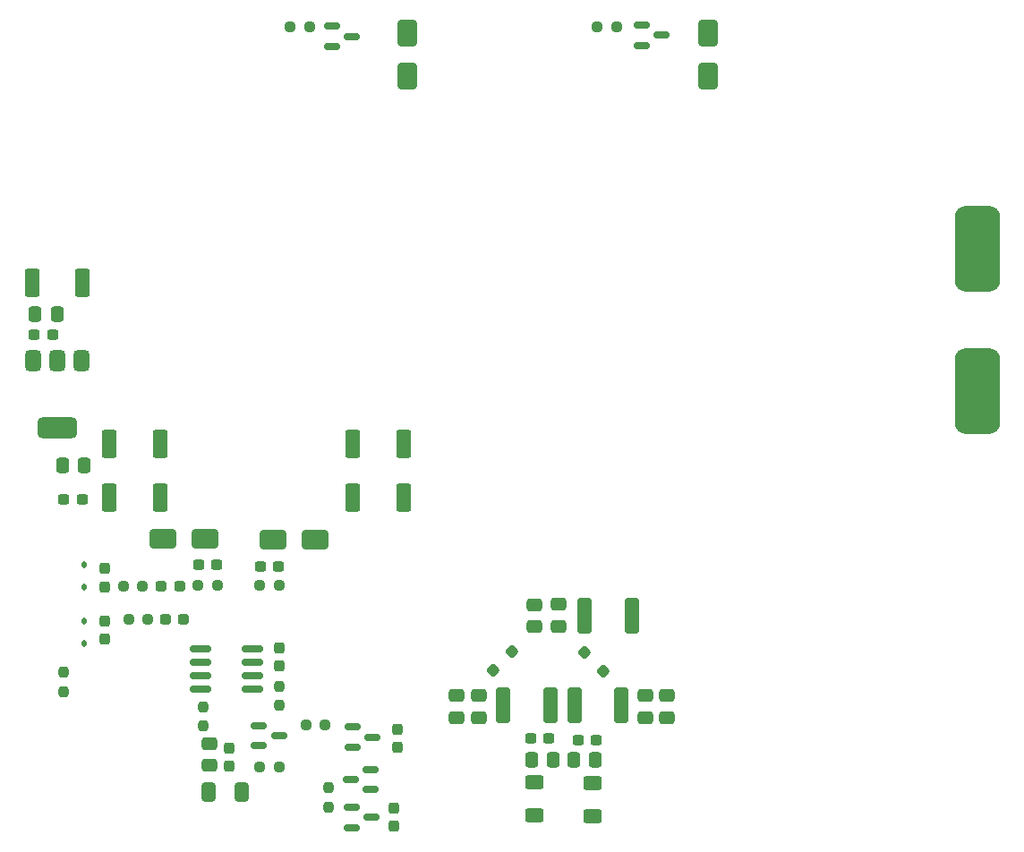
<source format=gbr>
%TF.GenerationSoftware,KiCad,Pcbnew,8.0.4-8.0.4-0~ubuntu22.04.1*%
%TF.CreationDate,2024-09-05T19:34:21+02:00*%
%TF.ProjectId,TXRX_relay_board,54585258-5f72-4656-9c61-795f626f6172,rev?*%
%TF.SameCoordinates,Original*%
%TF.FileFunction,Paste,Top*%
%TF.FilePolarity,Positive*%
%FSLAX46Y46*%
G04 Gerber Fmt 4.6, Leading zero omitted, Abs format (unit mm)*
G04 Created by KiCad (PCBNEW 8.0.4-8.0.4-0~ubuntu22.04.1) date 2024-09-05 19:34:21*
%MOMM*%
%LPD*%
G01*
G04 APERTURE LIST*
G04 Aperture macros list*
%AMRoundRect*
0 Rectangle with rounded corners*
0 $1 Rounding radius*
0 $2 $3 $4 $5 $6 $7 $8 $9 X,Y pos of 4 corners*
0 Add a 4 corners polygon primitive as box body*
4,1,4,$2,$3,$4,$5,$6,$7,$8,$9,$2,$3,0*
0 Add four circle primitives for the rounded corners*
1,1,$1+$1,$2,$3*
1,1,$1+$1,$4,$5*
1,1,$1+$1,$6,$7*
1,1,$1+$1,$8,$9*
0 Add four rect primitives between the rounded corners*
20,1,$1+$1,$2,$3,$4,$5,0*
20,1,$1+$1,$4,$5,$6,$7,0*
20,1,$1+$1,$6,$7,$8,$9,0*
20,1,$1+$1,$8,$9,$2,$3,0*%
G04 Aperture macros list end*
%ADD10RoundRect,0.150000X-0.825000X-0.150000X0.825000X-0.150000X0.825000X0.150000X-0.825000X0.150000X0*%
%ADD11RoundRect,0.375000X-0.375000X0.625000X-0.375000X-0.625000X0.375000X-0.625000X0.375000X0.625000X0*%
%ADD12RoundRect,0.500000X-1.400000X0.500000X-1.400000X-0.500000X1.400000X-0.500000X1.400000X0.500000X0*%
%ADD13RoundRect,0.150000X-0.587500X-0.150000X0.587500X-0.150000X0.587500X0.150000X-0.587500X0.150000X0*%
%ADD14RoundRect,0.150000X0.587500X0.150000X-0.587500X0.150000X-0.587500X-0.150000X0.587500X-0.150000X0*%
%ADD15RoundRect,0.112500X-0.112500X0.187500X-0.112500X-0.187500X0.112500X-0.187500X0.112500X0.187500X0*%
%ADD16RoundRect,0.237500X0.287500X0.237500X-0.287500X0.237500X-0.287500X-0.237500X0.287500X-0.237500X0*%
%ADD17RoundRect,0.237500X0.237500X-0.250000X0.237500X0.250000X-0.237500X0.250000X-0.237500X-0.250000X0*%
%ADD18RoundRect,0.237500X0.250000X0.237500X-0.250000X0.237500X-0.250000X-0.237500X0.250000X-0.237500X0*%
%ADD19RoundRect,0.250000X0.475000X-0.337500X0.475000X0.337500X-0.475000X0.337500X-0.475000X-0.337500X0*%
%ADD20RoundRect,0.237500X-0.300000X-0.237500X0.300000X-0.237500X0.300000X0.237500X-0.300000X0.237500X0*%
%ADD21RoundRect,0.237500X-0.250000X-0.237500X0.250000X-0.237500X0.250000X0.237500X-0.250000X0.237500X0*%
%ADD22RoundRect,0.250000X-0.475000X0.337500X-0.475000X-0.337500X0.475000X-0.337500X0.475000X0.337500X0*%
%ADD23RoundRect,0.250000X-0.400000X-1.450000X0.400000X-1.450000X0.400000X1.450000X-0.400000X1.450000X0*%
%ADD24RoundRect,0.250000X-0.625000X0.400000X-0.625000X-0.400000X0.625000X-0.400000X0.625000X0.400000X0*%
%ADD25RoundRect,0.237500X0.237500X-0.300000X0.237500X0.300000X-0.237500X0.300000X-0.237500X-0.300000X0*%
%ADD26RoundRect,0.237500X0.300000X0.237500X-0.300000X0.237500X-0.300000X-0.237500X0.300000X-0.237500X0*%
%ADD27RoundRect,0.250000X1.000000X0.650000X-1.000000X0.650000X-1.000000X-0.650000X1.000000X-0.650000X0*%
%ADD28RoundRect,0.250000X-0.650000X1.000000X-0.650000X-1.000000X0.650000X-1.000000X0.650000X1.000000X0*%
%ADD29RoundRect,0.250000X-0.337500X-0.475000X0.337500X-0.475000X0.337500X0.475000X-0.337500X0.475000X0*%
%ADD30RoundRect,0.250000X-0.353553X0.000000X0.000000X-0.353553X0.353553X0.000000X0.000000X0.353553X0*%
%ADD31RoundRect,0.112500X0.112500X-0.187500X0.112500X0.187500X-0.112500X0.187500X-0.112500X-0.187500X0*%
%ADD32RoundRect,0.249999X-0.450001X-1.075001X0.450001X-1.075001X0.450001X1.075001X-0.450001X1.075001X0*%
%ADD33RoundRect,0.237500X-0.237500X0.300000X-0.237500X-0.300000X0.237500X-0.300000X0.237500X0.300000X0*%
%ADD34RoundRect,0.250000X0.337500X0.475000X-0.337500X0.475000X-0.337500X-0.475000X0.337500X-0.475000X0*%
%ADD35RoundRect,0.250000X-1.000000X-0.650000X1.000000X-0.650000X1.000000X0.650000X-1.000000X0.650000X0*%
%ADD36RoundRect,0.250000X-0.412500X-0.650000X0.412500X-0.650000X0.412500X0.650000X-0.412500X0.650000X0*%
%ADD37RoundRect,1.075000X1.075000X2.975000X-1.075000X2.975000X-1.075000X-2.975000X1.075000X-2.975000X0*%
%ADD38RoundRect,0.250000X0.000000X0.353553X-0.353553X0.000000X0.000000X-0.353553X0.353553X0.000000X0*%
%ADD39RoundRect,0.237500X-0.237500X0.250000X-0.237500X-0.250000X0.237500X-0.250000X0.237500X0.250000X0*%
%ADD40RoundRect,0.249999X0.450001X1.075001X-0.450001X1.075001X-0.450001X-1.075001X0.450001X-1.075001X0*%
G04 APERTURE END LIST*
D10*
%TO.C,U1*%
X87450000Y-120390000D03*
X87450000Y-121660000D03*
X87450000Y-122930000D03*
X87450000Y-124200000D03*
X92400000Y-124200000D03*
X92400000Y-122930000D03*
X92400000Y-121660000D03*
X92400000Y-120390000D03*
%TD*%
D11*
%TO.C,U2*%
X76200000Y-93100000D03*
X73900000Y-93100000D03*
D12*
X73900000Y-99400000D03*
D11*
X71600000Y-93100000D03*
%TD*%
D13*
%TO.C,Q3*%
X93000000Y-127600000D03*
X93000000Y-129500000D03*
X94875000Y-128550000D03*
%TD*%
%TO.C,Q5*%
X101825000Y-127750000D03*
X101825000Y-129650000D03*
X103700000Y-128700000D03*
%TD*%
%TO.C,Q6*%
X101725000Y-135350000D03*
X101725000Y-137250000D03*
X103600000Y-136300000D03*
%TD*%
D14*
%TO.C,Q4*%
X103575000Y-133650000D03*
X103575000Y-131750000D03*
X101700000Y-132700000D03*
%TD*%
D13*
%TO.C,Q2*%
X129225000Y-61350000D03*
X129225000Y-63250000D03*
X131100000Y-62300000D03*
%TD*%
%TO.C,Q1*%
X99925000Y-61450000D03*
X99925000Y-63350000D03*
X101800000Y-62400000D03*
%TD*%
D15*
%TO.C,D6*%
X76454000Y-112386400D03*
X76454000Y-114486400D03*
%TD*%
D16*
%TO.C,L5*%
X85888800Y-117559800D03*
X84138800Y-117559800D03*
%TD*%
D17*
%TO.C,R16*%
X94886000Y-125701000D03*
X94886000Y-123876000D03*
%TD*%
D18*
%TO.C,R10*%
X82471900Y-117585200D03*
X80646900Y-117585200D03*
%TD*%
D19*
%TO.C,C20*%
X88282000Y-131387500D03*
X88282000Y-129312500D03*
%TD*%
D20*
%TO.C,C10*%
X118706308Y-128826746D03*
X120431308Y-128826746D03*
%TD*%
D21*
%TO.C,R4*%
X87225500Y-114376200D03*
X89050500Y-114376200D03*
%TD*%
D20*
%TO.C,C1*%
X87275500Y-112420400D03*
X89000500Y-112420400D03*
%TD*%
D22*
%TO.C,C14*%
X131600000Y-124762500D03*
X131600000Y-126837500D03*
%TD*%
D23*
%TO.C,L7*%
X116073808Y-125651746D03*
X120523808Y-125651746D03*
%TD*%
D24*
%TO.C,R11*%
X124521808Y-133070000D03*
X124521808Y-136170000D03*
%TD*%
D25*
%TO.C,C17*%
X94886000Y-121968000D03*
X94886000Y-120243000D03*
%TD*%
D20*
%TO.C,C19*%
X71746000Y-90605000D03*
X73471000Y-90605000D03*
%TD*%
D23*
%TO.C,L4*%
X123775000Y-117199500D03*
X128225000Y-117199500D03*
%TD*%
D21*
%TO.C,R18*%
X93084500Y-131493000D03*
X94909500Y-131493000D03*
%TD*%
D26*
%TO.C,C8*%
X124876308Y-128953746D03*
X123151308Y-128953746D03*
%TD*%
D20*
%TO.C,C23*%
X74537500Y-106200000D03*
X76262500Y-106200000D03*
%TD*%
D21*
%TO.C,R1*%
X95926500Y-61534000D03*
X97751500Y-61534000D03*
%TD*%
D27*
%TO.C,D2*%
X87900000Y-109900000D03*
X83900000Y-109900000D03*
%TD*%
D18*
%TO.C,R19*%
X99262500Y-127525000D03*
X97437500Y-127525000D03*
%TD*%
D25*
%TO.C,C21*%
X90187000Y-131466500D03*
X90187000Y-129741500D03*
%TD*%
D28*
%TO.C,D1*%
X107000000Y-62135000D03*
X107000000Y-66135000D03*
%TD*%
D22*
%TO.C,C3*%
X121319377Y-116133623D03*
X121319377Y-118208623D03*
%TD*%
%TO.C,C5*%
X113750000Y-124762500D03*
X113750000Y-126837500D03*
%TD*%
D29*
%TO.C,C12*%
X118763808Y-130858746D03*
X120838808Y-130858746D03*
%TD*%
D30*
%TO.C,D4*%
X123816117Y-120666117D03*
X125583883Y-122433883D03*
%TD*%
D29*
%TO.C,C18*%
X71825000Y-88700000D03*
X73900000Y-88700000D03*
%TD*%
D31*
%TO.C,D7*%
X76479400Y-119803600D03*
X76479400Y-117703600D03*
%TD*%
D17*
%TO.C,R20*%
X99585000Y-135326500D03*
X99585000Y-133501500D03*
%TD*%
D22*
%TO.C,C4*%
X119000000Y-116162000D03*
X119000000Y-118237000D03*
%TD*%
D32*
%TO.C,R6*%
X101850000Y-101000000D03*
X106650000Y-101000000D03*
%TD*%
D33*
%TO.C,C9*%
X78384400Y-117687900D03*
X78384400Y-119412900D03*
%TD*%
D23*
%TO.C,L6*%
X122825000Y-125650000D03*
X127275000Y-125650000D03*
%TD*%
D21*
%TO.C,R13*%
X125000000Y-61534000D03*
X126825000Y-61534000D03*
%TD*%
D34*
%TO.C,C11*%
X124797308Y-130858746D03*
X122722308Y-130858746D03*
%TD*%
D16*
%TO.C,L3*%
X85482400Y-114401600D03*
X83732400Y-114401600D03*
%TD*%
D22*
%TO.C,C7*%
X111650000Y-124762500D03*
X111650000Y-126837500D03*
%TD*%
D35*
%TO.C,D3*%
X94300000Y-110000000D03*
X98300000Y-110000000D03*
%TD*%
D32*
%TO.C,R2*%
X78850000Y-106000000D03*
X83650000Y-106000000D03*
%TD*%
D26*
%TO.C,C2*%
X94817100Y-112598200D03*
X93092100Y-112598200D03*
%TD*%
D36*
%TO.C,L8*%
X88243500Y-133906000D03*
X91368500Y-133906000D03*
%TD*%
D29*
%TO.C,C22*%
X74400500Y-103000000D03*
X76475500Y-103000000D03*
%TD*%
D37*
%TO.C,J5*%
X160950000Y-95950000D03*
%TD*%
D38*
%TO.C,D5*%
X116883883Y-120616117D03*
X115116117Y-122383883D03*
%TD*%
D25*
%TO.C,C16*%
X106062000Y-129688500D03*
X106062000Y-127963500D03*
%TD*%
D32*
%TO.C,R3*%
X78850000Y-101000000D03*
X83650000Y-101000000D03*
%TD*%
D39*
%TO.C,R17*%
X74500000Y-122587500D03*
X74500000Y-124412500D03*
%TD*%
D28*
%TO.C,D8*%
X135500000Y-62135000D03*
X135500000Y-66135000D03*
%TD*%
D33*
%TO.C,C15*%
X105727000Y-135387500D03*
X105727000Y-137112500D03*
%TD*%
D25*
%TO.C,C6*%
X78435200Y-114476700D03*
X78435200Y-112751700D03*
%TD*%
D22*
%TO.C,C13*%
X129500000Y-124777348D03*
X129500000Y-126852348D03*
%TD*%
D32*
%TO.C,R5*%
X101850000Y-106000000D03*
X106650000Y-106000000D03*
%TD*%
D37*
%TO.C,J6*%
X160950000Y-82500000D03*
%TD*%
D40*
%TO.C,R15*%
X76300000Y-85700000D03*
X71500000Y-85700000D03*
%TD*%
D18*
%TO.C,R7*%
X94892500Y-114376200D03*
X93067500Y-114376200D03*
%TD*%
D39*
%TO.C,R14*%
X87731600Y-125833500D03*
X87731600Y-127658500D03*
%TD*%
D24*
%TO.C,R12*%
X119060808Y-132991746D03*
X119060808Y-136091746D03*
%TD*%
D18*
%TO.C,R8*%
X81989300Y-114427000D03*
X80164300Y-114427000D03*
%TD*%
M02*

</source>
